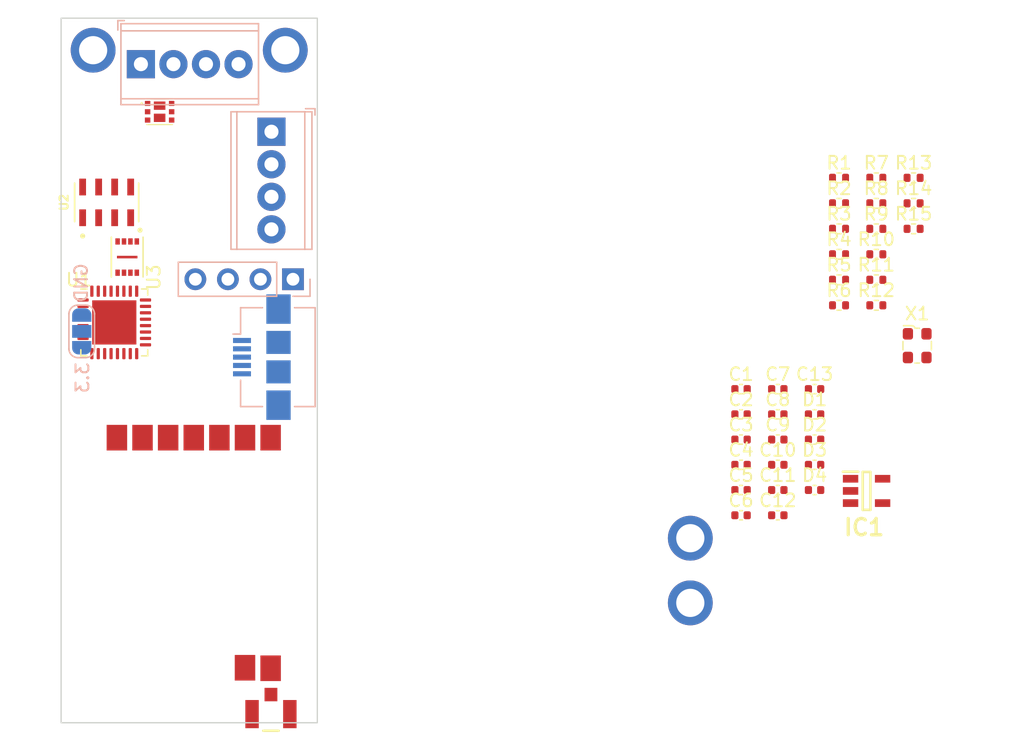
<source format=kicad_pcb>
(kicad_pcb (version 20221018) (generator pcbnew)
  (layers (0 "F.Cu" signal) (1 "In1.Cu" power) (2 "In2.Cu" power) (31 "B.Cu" signal) (34 "B.Paste" user) (35 "F.Paste" user) (36 "B.SilkS" user "B.Silkscreen") (37 "F.SilkS" user "F.Silkscreen") (38 "B.Mask" user) (39 "F.Mask" user) (44 "Edge.Cuts" user))
  (net 0 "")
  (net 1 "3.3V")
  (net 2 "GND")
  (net 3 "Net-(U1-NRST)")
  (net 4 "RCC_OSC_IN")
  (net 5 "RCC_OSC_OUT")
  (net 6 "+3.3V")
  (net 7 "PWR+")
  (net 8 "Net-(D1-A)")
  (net 9 "Net-(D2-A)")
  (net 10 "Net-(D3-A)")
  (net 11 "Net-(D4-A)")
  (net 13 "SYS_SWDIO")
  (net 14 "SYS_SWCLK")
  (net 15 "FET_APOGEE")
  (net 16 "FET_MAIN")
  (net 17 "BATT+")
  (net 18 "USB_DM")
  (net 19 "USB_DP")
  (net 21 "TO_ANT")
  (net 22 "Net-(Q1-G1)")
  (net 23 "Net-(Q1-G2)")
  (net 24 "BOOT0")
  (net 25 "Net-(SW1-B)")
  (net 26 "V_BAT")
  (net 27 "SENSE_MAIN")
  (net 28 "SENSE_APOGEE")
  (net 29 "FIRE_APOGEE")
  (net 30 "FIRE_MAIN")
  (net 31 "LED_1")
  (net 32 "RCC_OCC_IN")
  (net 33 "RCC_OCC_OUT")
  (net 34 "ENABLE")
  (net 35 "CONFIG")
  (net 36 "USART_TX")
  (net 37 "USART_RX")
  (net 40 "CS_ALT")
  (net 41 "SCLK")
  (net 42 "MISO")
  (net 43 "MOSI")
  (net 44 "CS_MEM")
  (footprint "SSM6N58NU,LF:SSM6N58NULF" (layer "F.Cu") (at 37.69 37.305 -90)
    (fp_text reference "Q1" hide)
    (fp_text value "SSM6N58NU,LF" hide)
    (fp_line (start -1 -1) (end -1 1) (stroke (width 0.1)) (layer "F.SilkS"))
    (fp_line (start -0.7 1.4) (end -0.7 1.4) (stroke (width 0.1)) (layer "F.SilkS"))
    (fp_line (start -0.6 1.4) (end -0.6 1.4) (stroke (width 0.1)) (layer "F.SilkS"))
    (fp_line (start 1 -1) (end 1 1) (stroke (width 0.1)) (layer "F.SilkS"))
    (fp_arc (start -0.7 1.4) (mid -0.65 1.35) (end -0.6 1.4) (stroke (width 0.1)) (layer "F.SilkS"))
    (fp_arc (start -0.6 1.4) (mid -0.65 1.45) (end -0.7 1.4) (stroke (width 0.1)) (layer "F.SilkS"))
    (pad "1" smd rect (at -0.65 0.938 270) (size 0.4 0.425) (layers "F.Cu" "F.Paste" "F.Mask") (net 2 "GND"))
    (pad "2" smd rect (at 0 0.938 270) (size 0.4 0.425) (layers "F.Cu" "F.Paste" "F.Mask") (net 22 "Net-(Q1-G1)"))
    (pad "3" smd rect (at 0.65 0.938 270) (size 0.4 0.425) (layers "F.Cu" "F.Paste" "F.Mask") (net 16 "FET_MAIN"))
    (pad "4" smd rect (at 0.65 -0.938 270) (size 0.4 0.425) (layers "F.Cu" "F.Paste" "F.Mask") (net 2 "GND"))
    (pad "5" smd rect (at 0 -0.938 270) (size 0.4 0.425) (layers "F.Cu" "F.Paste" "F.Mask") (net 23 "Net-(Q1-G2)"))
    (pad "6" smd rect (at -0.65 -0.938 270) (size 0.4 0.425) (layers "F.Cu" "F.Paste" "F.Mask") (net 15 "FET_APOGEE"))
    (pad "7" smd rect (at -0.475 0 270) (size 0.65 0.9) (layers "F.Cu" "F.Paste" "F.Mask") (net 15 "FET_APOGEE"))
    (pad "8" smd rect (at 0.475 0 270) (size 0.65 0.9) (layers "F.Cu" "F.Paste" "F.Mask") (net 16 "FET_MAIN"))
  )
  (footprint "Resistor_SMD:R_0402_1005Metric" (layer "F.Cu") (at 96.5456 44.4536)
    (fp_text reference "R14" (at 0 -1.17) (layer "F.SilkS"))
    (fp_text value "100")
    (fp_line (start -0.153641 -0.38) (end 0.153641 -0.38) (stroke (width 0.12)) (layer "F.SilkS"))
    (fp_line (start -0.153641 0.38) (end 0.153641 0.38) (stroke (width 0.12)) (layer "F.SilkS"))
    (pad "1" smd roundrect (at -0.51 0) (size 0.54 0.64) (layers "F.Cu" "F.Paste" "F.Mask") (net 30 "FIRE_MAIN"))
    (pad "2" smd roundrect (at 0.51 0) (size 0.54 0.64) (layers "F.Cu" "F.Paste" "F.Mask") (net 23 "Net-(Q1-G2)"))
  )
  (footprint "Resistor_SMD:R_0402_1005Metric" (layer "F.Cu") (at 90.7256 52.4136)
    (fp_text reference "R6" (at 0 -1.17) (layer "F.SilkS"))
    (fp_text value "100k")
    (fp_line (start -0.153641 -0.38) (end 0.153641 -0.38) (stroke (width 0.12)) (layer "F.SilkS"))
    (fp_line (start -0.153641 0.38) (end 0.153641 0.38) (stroke (width 0.12)) (layer "F.SilkS"))
    (pad "1" smd roundrect (at -0.51 0) (size 0.54 0.64) (layers "F.Cu" "F.Paste" "F.Mask") (net 15 "FET_APOGEE"))
    (pad "2" smd roundrect (at 0.51 0) (size 0.54 0.64) (layers "F.Cu" "F.Paste" "F.Mask") (net 28 "SENSE_APOGEE"))
  )
  (footprint "Capacitor_SMD:C_0402_1005Metric" (layer "F.Cu") (at 83.0756 64.8636)
    (fp_text reference "C4" (at 0 -1.16) (layer "F.SilkS"))
    (fp_text value "20pF")
    (fp_line (start -0.107836 -0.36) (end 0.107836 -0.36) (stroke (width 0.12)) (layer "F.SilkS"))
    (fp_line (start -0.107836 0.36) (end 0.107836 0.36) (stroke (width 0.12)) (layer "F.SilkS"))
    (pad "1" smd roundrect (at -0.48 0) (size 0.56 0.62) (layers "F.Cu" "F.Paste" "F.Mask") (net 5 "RCC_OSC_OUT"))
    (pad "2" smd roundrect (at 0.48 0) (size 0.56 0.62) (layers "F.Cu" "F.Paste" "F.Mask") (net 2 "GND"))
  )
  (footprint "Capacitor_SMD:C_0402_1005Metric" (layer "F.Cu") (at 85.9456 64.8636)
    (fp_text reference "C10" (at 0 -1.16) (layer "F.SilkS"))
    (fp_text value "10nF")
    (fp_line (start -0.107836 -0.36) (end 0.107836 -0.36) (stroke (width 0.12)) (layer "F.SilkS"))
    (fp_line (start -0.107836 0.36) (end 0.107836 0.36) (stroke (width 0.12)) (layer "F.SilkS"))
    (pad "1" smd roundrect (at -0.48 0) (size 0.56 0.62) (layers "F.Cu" "F.Paste" "F.Mask") (net 6 "+3.3V"))
    (pad "2" smd roundrect (at 0.48 0) (size 0.56 0.62) (layers "F.Cu" "F.Paste" "F.Mask") (net 2 "GND"))
  )
  (footprint "Package_DFN_QFN:QFN-32-1EP_5x5mm_P0.5mm_EP3.45x3.45mm" (layer "F.Cu") (at 34.15 53.75)
    (fp_text reference "U1" (at -2.7686 -3.3274) (layer "F.SilkS"))
    (fp_text value "STM32F302K8Ux")
    (fp_line (start -2.61 2.61) (end -2.61 2.135) (stroke (width 0.12)) (layer "F.SilkS"))
    (fp_line (start -2.135 -2.61) (end -2.61 -2.61) (stroke (width 0.12)) (layer "F.SilkS"))
    (fp_line (start -2.135 2.61) (end -2.61 2.61) (stroke (width 0.12)) (layer "F.SilkS"))
    (fp_line (start 2.135 -2.61) (end 2.61 -2.61) (stroke (width 0.12)) (layer "F.SilkS"))
    (fp_line (start 2.135 2.61) (end 2.61 2.61) (stroke (width 0.12)) (layer "F.SilkS"))
    (fp_line (start 2.61 -2.61) (end 2.61 -2.135) (stroke (width 0.12)) (layer "F.SilkS"))
    (fp_line (start 2.61 2.61) (end 2.61 2.135) (stroke (width 0.12)) (layer "F.SilkS"))
    (pad "1" smd roundrect (at -2.4375 -1.75) (size 0.875 0.25) (layers "F.Cu" "F.Paste" "F.Mask") (net 6 "+3.3V"))
    (pad "2" smd roundrect (at -2.4375 -1.25) (size 0.875 0.25) (layers "F.Cu" "F.Paste" "F.Mask") (net 32 "RCC_OCC_IN"))
    (pad "3" smd roundrect (at -2.4375 -0.75) (size 0.875 0.25) (layers "F.Cu" "F.Paste" "F.Mask") (net 33 "RCC_OCC_OUT"))
    (pad "4" smd roundrect (at -2.4375 -0.25) (size 0.875 0.25) (layers "F.Cu" "F.Paste" "F.Mask") (net 3 "Net-(U1-NRST)"))
    (pad "5" smd roundrect (at -2.4375 0.25) (size 0.875 0.25) (layers "F.Cu" "F.Paste" "F.Mask") (net 6 "+3.3V"))
    (pad "6" smd roundrect (at -2.4375 0.75) (size 0.875 0.25) (layers "F.Cu" "F.Paste" "F.Mask") (net 2 "GND"))
    (pad "7" smd roundrect (at -2.4375 1.25) (size 0.875 0.25) (layers "F.Cu" "F.Paste" "F.Mask") (net 34 "ENABLE"))
    (pad "8" smd roundrect (at -2.4375 1.75) (size 0.875 0.25) (layers "F.Cu" "F.Paste" "F.Mask") (net 35 "CONFIG"))
    (pad "9" smd roundrect (at -1.75 2.4375) (size 0.25 0.875) (layers "F.Cu" "F.Paste" "F.Mask") (net 36 "USART_TX"))
    (pad "10" smd roundrect (at -1.25 2.4375) (size 0.25 0.875) (layers "F.Cu" "F.Paste" "F.Mask") (net 37 "USART_RX"))
    (pad "11" smd roundrect (at -0.75 2.4375) (size 0.25 0.875) (layers "F.Cu" "F.Paste" "F.Mask") (net 31 "LED_1"))
    (pad "12" smd roundrect (at -0.25 2.4375) (size 0.25 0.875) (layers "F.Cu" "F.Paste" "F.Mask") (net 29 "FIRE_APOGEE"))
    (pad "13" smd roundrect (at 0.25 2.4375) (size 0.25 0.875) (layers "F.Cu" "F.Paste" "F.Mask") (net 30 "FIRE_MAIN"))
    (pad "14" smd roundrect (at 0.75 2.4375) (size 0.25 0.875) (layers "F.Cu" "F.Paste" "F.Mask") (net 26 "V_BAT"))
    (pad "15" smd roundrect (at 1.25 2.4375) (size 0.25 0.875) (layers "F.Cu" "F.Paste" "F.Mask"))
    (pad "16" smd roundrect (at 1.75 2.4375) (size 0.25 0.875) (layers "F.Cu" "F.Paste" "F.Mask") (net 2 "GND"))
    (pad "17" smd roundrect (at 2.4375 1.75) (size 0.875 0.25) (layers "F.Cu" "F.Paste" "F.Mask") (net 6 "+3.3V"))
    (pad "18" smd roundrect (at 2.4375 1.25) (size 0.875 0.25) (layers "F.Cu" "F.Paste" "F.Mask") (net 27 "SENSE_MAIN"))
    (pad "19" smd roundrect (at 2.4375 0.75) (size 0.875 0.25) (layers "F.Cu" "F.Paste" "F.Mask") (net 28 "SENSE_APOGEE"))
    (pad "20" smd roundrect (at 2.4375 0.25) (size 0.875 0.25) (layers "F.Cu" "F.Paste" "F.Mask"))
    (pad "21" smd roundrect (at 2.4375 -0.25) (size 0.875 0.25) (layers "F.Cu" "F.Paste" "F.Mask") (net 18 "USB_DM"))
    (pad "22" smd roundrect (at 2.4375 -0.75) (size 0.875 0.25) (layers "F.Cu" "F.Paste" "F.Mask") (net 19 "USB_DP"))
    (pad "23" smd roundrect (at 2.4375 -1.25) (size 0.875 0.25) (layers "F.Cu" "F.Paste" "F.Mask") (net 13 "SYS_SWDIO"))
    (pad "24" smd roundrect (at 2.4375 -1.75) (size 0.875 0.25) (layers "F.Cu" "F.Paste" "F.Mask") (net 14 "SYS_SWCLK"))
    (pad "25" smd roundrect (at 1.75 -2.4375) (size 0.25 0.875) (layers "F.Cu" "F.Paste" "F.Mask") (net 40 "CS_ALT"))
    (pad "26" smd roundrect (at 1.25 -2.4375) (size 0.25 0.875) (layers "F.Cu" "F.Paste" "F.Mask") (net 41 "SCLK"))
    (pad "27" smd roundrect (at 0.75 -2.4375) (size 0.25 0.875) (layers "F.Cu" "F.Paste" "F.Mask") (net 42 "MISO"))
    (pad "28" smd roundrect (at 0.25 -2.4375) (size 0.25 0.875) (layers "F.Cu" "F.Paste" "F.Mask") (net 43 "MOSI"))
    (pad "29" smd roundrect (at -0.25 -2.4375) (size 0.25 0.875) (layers "F.Cu" "F.Paste" "F.Mask") (net 44 "CS_MEM"))
    (pad "30" smd roundrect (at -0.75 -2.4375) (size 0.25 0.875) (layers "F.Cu" "F.Paste" "F.Mask"))
    (pad "31" smd roundrect (at -1.25 -2.4375) (size 0.25 0.875) (layers "F.Cu" "F.Paste" "F.Mask") (net 24 "BOOT0"))
    (pad "32" smd roundrect (at -1.75 -2.4375) (size 0.25 0.875) (layers "F.Cu" "F.Paste" "F.Mask") (net 2 "GND"))
    (pad "33" smd rect (at 0 0) (size 3.45 3.45) (layers "F.Cu" "F.Mask") (net 2 "GND"))
  )
  (footprint "Capacitor_SMD:C_0402_1005Metric" (layer "F.Cu") (at 88.8156 60.9236)
    (fp_text reference "D1" (at 0 -1.16) (layer "F.SilkS"))
    (fp_text value "G_LED")
    (fp_line (start -0.107836 -0.36) (end 0.107836 -0.36) (stroke (width 0.12)) (layer "F.SilkS"))
    (fp_line (start -0.107836 0.36) (end 0.107836 0.36) (stroke (width 0.12)) (layer "F.SilkS"))
    (pad "1" smd roundrect (at -0.48 0) (size 0.56 0.62) (layers "F.Cu" "F.Paste" "F.Mask") (net 2 "GND"))
    (pad "2" smd roundrect (at 0.48 0) (size 0.56 0.62) (layers "F.Cu" "F.Paste" "F.Mask") (net 8 "Net-(D1-A)"))
  )
  (footprint "Resistor_SMD:R_0402_1005Metric" (layer "F.Cu") (at 96.5456 46.4436)
    (fp_text reference "R15" (at 0 -1.17) (layer "F.SilkS"))
    (fp_text value "5")
    (fp_line (start -0.153641 -0.38) (end 0.153641 -0.38) (stroke (width 0.12)) (layer "F.SilkS"))
    (fp_line (start -0.153641 0.38) (end 0.153641 0.38) (stroke (width 0.12)) (layer "F.SilkS"))
    (pad "1" smd roundrect (at -0.51 0) (size 0.54 0.64) (layers "F.Cu" "F.Paste" "F.Mask") (net 31 "LED_1"))
    (pad "2" smd roundrect (at 0.51 0) (size 0.54 0.64) (layers "F.Cu" "F.Paste" "F.Mask") (net 11 "Net-(D4-A)"))
  )
  (footprint "MountingHole:MountingHole_2.2mm_M2_ISO7380_Pad" (layer "F.Cu") (at 79.1156 70.5936)
    (fp_text reference "H3" hide)
    (fp_text value "MountingHole_Pad")
    (pad "1" thru_hole circle (at 0 0) (size 3.5 3.5) (drill 2.2) (layers "*.Cu" "*.Mask") (net 2 "GND"))
  )
  (footprint "Capacitor_SMD:C_0402_1005Metric" (layer "F.Cu") (at 83.0756 58.9536)
    (fp_text reference "C1" (at 0 -1.16) (layer "F.SilkS"))
    (fp_text value "100nF")
    (fp_line (start -0.107836 -0.36) (end 0.107836 -0.36) (stroke (width 0.12)) (layer "F.SilkS"))
    (fp_line (start -0.107836 0.36) (end 0.107836 0.36) (stroke (width 0.12)) (layer "F.SilkS"))
    (pad "1" smd roundrect (at -0.48 0) (size 0.56 0.62) (layers "F.Cu" "F.Paste" "F.Mask") (net 6 "+3.3V"))
    (pad "2" smd roundrect (at 0.48 0) (size 0.56 0.62) (layers "F.Cu" "F.Paste" "F.Mask") (net 2 "GND"))
  )
  (footprint "Capacitor_SMD:C_0402_1005Metric" (layer "F.Cu") (at 83.0756 66.8336)
    (fp_text reference "C5" (at 0 -1.16) (layer "F.SilkS"))
    (fp_text value "100nF")
    (fp_line (start -0.107836 -0.36) (end 0.107836 -0.36) (stroke (width 0.12)) (layer "F.SilkS"))
    (fp_line (start -0.107836 0.36) (end 0.107836 0.36) (stroke (width 0.12)) (layer "F.SilkS"))
    (pad "1" smd roundrect (at -0.48 0) (size 0.56 0.62) (layers "F.Cu" "F.Paste" "F.Mask") (net 6 "+3.3V"))
    (pad "2" smd roundrect (at 0.48 0) (size 0.56 0.62) (layers "F.Cu" "F.Paste" "F.Mask") (net 2 "GND"))
  )
  (footprint "Resistor_SMD:R_0402_1005Metric" (layer "F.Cu") (at 93.6356 42.4636)
    (fp_text reference "R7" (at 0 -1.17) (layer "F.SilkS"))
    (fp_text value "27k")
    (fp_line (start -0.153641 -0.38) (end 0.153641 -0.38) (stroke (width 0.12)) (layer "F.SilkS"))
    (fp_line (start -0.153641 0.38) (end 0.153641 0.38) (stroke (width 0.12)) (layer "F.SilkS"))
    (pad "1" smd roundrect (at -0.51 0) (size 0.54 0.64) (layers "F.Cu" "F.Paste" "F.Mask") (net 28 "SENSE_APOGEE"))
    (pad "2" smd roundrect (at 0.51 0) (size 0.54 0.64) (layers "F.Cu" "F.Paste" "F.Mask") (net 2 "GND"))
  )
  (footprint "Resistor_SMD:R_0402_1005Metric" (layer "F.Cu") (at 93.6356 46.4436)
    (fp_text reference "R9" (at 0 -1.17) (layer "F.SilkS"))
    (fp_text value "1k")
    (fp_line (start -0.153641 -0.38) (end 0.153641 -0.38) (stroke (width 0.12)) (layer "F.SilkS"))
    (fp_line (start -0.153641 0.38) (end 0.153641 0.38) (stroke (width 0.12)) (layer "F.SilkS"))
    (pad "1" smd roundrect (at -0.51 0) (size 0.54 0.64) (layers "F.Cu" "F.Paste" "F.Mask") (net 15 "FET_APOGEE"))
    (pad "2" smd roundrect (at 0.51 0) (size 0.54 0.64) (layers "F.Cu" "F.Paste" "F.Mask") (net 9 "Net-(D2-A)"))
  )
  (footprint "Resistor_SMD:R_0402_1005Metric" (layer "F.Cu") (at 93.6356 52.4136)
    (fp_text reference "R12" (at 0 -1.17) (layer "F.SilkS"))
    (fp_text value "3.3k")
    (fp_line (start -0.153641 -0.38) (end 0.153641 -0.38) (stroke (width 0.12)) (layer "F.SilkS"))
    (fp_line (start -0.153641 0.38) (end 0.153641 0.38) (stroke (width 0.12)) (layer "F.SilkS"))
    (pad "1" smd roundrect (at -0.51 0) (size 0.54 0.64) (layers "F.Cu" "F.Paste" "F.Mask") (net 29 "FIRE_APOGEE"))
    (pad "2" smd roundrect (at 0.51 0) (size 0.54 0.64) (layers "F.Cu" "F.Paste" "F.Mask") (net 2 "GND"))
  )
  (footprint "Resistor_SMD:R_0402_1005Metric" (layer "F.Cu") (at 96.5456 42.4636)
    (fp_text reference "R13" (at 0 -1.17) (layer "F.SilkS"))
    (fp_text value "3.3k")
    (fp_line (start -0.153641 -0.38) (end 0.153641 -0.38) (stroke (width 0.12)) (layer "F.SilkS"))
    (fp_line (start -0.153641 0.38) (end 0.153641 0.38) (stroke (width 0.12)) (layer "F.SilkS"))
    (pad "1" smd roundrect (at -0.51 0) (size 0.54 0.64) (layers "F.Cu" "F.Paste" "F.Mask") (net 30 "FIRE_MAIN"))
    (pad "2" smd roundrect (at 0.51 0) (size 0.54 0.64) (layers "F.Cu" "F.Paste" "F.Mask") (net 2 "GND"))
  )
  (footprint "MS560702BA03-50:SON125P300X500X100-8N" (layer "F.Cu") (at 33.555 44.38 90)
    (fp_text reference "U2" (at -0.000003 -3.330886 90) (layer "F.SilkS") (effects (font (size 0.64067 0.64067))))
    (fp_text value "MS560702BA03-50")
    (fp_line (start -1.5 -2.5) (end 1.5 -2.5) (stroke (width 0.127)) (layer "F.SilkS"))
    (fp_line (start -1.5 2.5) (end 1.5 2.5) (stroke (width 0.127)) (layer "F.SilkS"))
    (fp_circle (center -2.627 -1.873) (end -2.527 -1.873) (stroke (width 0.2)) (fill none) (layer "F.SilkS"))
    (pad "1" smd roundrect (at -1.2 -1.875 90) (size 1.31 0.53) (layers "F.Cu" "F.Paste" "F.Mask") (roundrect_rratio 0.04) (net 1 "3.3V"))
    (pad "2" smd roundrect (at -1.2 -0.625 90) (size 1.31 0.53) (layers "F.Cu" "F.Paste" "F.Mask") (roundrect_rratio 0.04) (net 2 "GND"))
    (pad "3" smd roundrect (at -1.2 0.625 90) (size 1.31 0.53) (layers "F.Cu" "F.Paste" "F.Mask") (roundrect_rratio 0.04) (net 2 "GND"))
    (pad "4" smd roundrect (at -1.2 1.875 90) (size 1.31 0.53) (layers "F.Cu" "F.Paste" "F.Mask") (roundrect_rratio 0.04) (net 40 "CS_ALT"))
    (pad "5" smd roundrect (at 1.2 1.875 90) (size 1.31 0.53) (layers "F.Cu" "F.Paste" "F.Mask") (roundrect_rratio 0.04) (net 40 "CS_ALT"))
    (pad "6" smd roundrect (at 1.2 0.625 90) (size 1.31 0.53) (layers "F.Cu" "F.Paste" "F.Mask") (roundrect_rratio 0.04) (net 42 "MISO"))
    (pad "7" smd roundrect (at 1.2 -0.625 90) (size 1.31 0.53) (layers "F.Cu" "F.Paste" "F.Mask") (roundrect_rratio 0.04) (net 43 "MOSI"))
    (pad "8" smd roundrect (at 1.2 -1.875 90) (size 1.31 0.53) (layers "F.Cu" "F.Paste" "F.Mask") (roundrect_rratio 0.04) (net 41 "SCLK"))
  )
  (footprint "MountingHole:MountingHole_2.2mm_M2_ISO7380_Pad" (layer "F.Cu") (at 47.5 32.5)
    (fp_text reference "H2" hide)
    (fp_text value "MountingHole_Pad")
    (pad "1" thru_hole circle (at 0 0) (size 3.5 3.5) (drill 2.2) (layers "*.Cu" "*.Mask") (net 2 "GND"))
  )
  (footprint "Resistor_SMD:R_0402_1005Metric" (layer "F.Cu") (at 93.6356 48.4336)
    (fp_text reference "R10" (at 0 -1.17) (layer "F.SilkS"))
    (fp_text value "60")
    (fp_line (start -0.153641 -0.38) (end 0.153641 -0.38) (stroke (width 0.12)) (layer "F.SilkS"))
    (fp_line (start -0.153641 0.38) (end 0.153641 0.38) (stroke (width 0.12)) (layer "F.SilkS"))
    (pad "1" smd roundrect (at -0.51 0) (size 0.54 0.64) (layers "F.Cu" "F.Paste" "F.Mask") (net 6 "+3.3V"))
    (pad "2" smd roundrect (at 0.51 0) (size 0.54 0.64) (layers "F.Cu" "F.Paste" "F.Mask") (net 10 "Net-(D3-A)"))
  )
  (footprint "Resistor_SMD:R_0402_1005Metric" (layer "F.Cu") (at 90.7256 48.4336)
    (fp_text reference "R4" (at 0 -1.17) (layer "F.SilkS"))
    (fp_text value "100k")
    (fp_line (start -0.153641 -0.38) (end 0.153641 -0.38) (stroke (width 0.12)) (layer "F.SilkS"))
    (fp_line (start -0.153641 0.38) (end 0.153641 0.38) (stroke (width 0.12)) (layer "F.SilkS"))
    (pad "1" smd roundrect (at -0.51 0) (size 0.54 0.64) (layers "F.Cu" "F.Paste" "F.Mask") (net 16 "FET_MAIN"))
    (pad "2" smd roundrect (at 0.51 0) (size 0.54 0.64) (layers "F.Cu" "F.Paste" "F.Mask") (net 27 "SENSE_MAIN"))
  )
  (footprint "Resistor_SMD:R_0402_1005Metric" (layer "F.Cu") (at 90.7256 50.4236)
    (fp_text reference "R5" (at 0 -1.17) (layer "F.SilkS"))
    (fp_text value "27k")
    (fp_line (start -0.153641 -0.38) (end 0.153641 -0.38) (stroke (width 0.12)) (layer "F.SilkS"))
    (fp_line (start -0.153641 0.38) (end 0.153641 0.38) (stroke (width 0.12)) (layer "F.SilkS"))
    (pad "1" smd roundrect (at -0.51 0) (size 0.54 0.64) (layers "F.Cu" "F.Paste" "F.Mask") (net 27 "SENSE_MAIN"))
    (pad "2" smd roundrect (at 0.51 0) (size 0.54 0.64) (layers "F.Cu" "F.Paste" "F.Mask") (net 2 "GND"))
  )
  (footprint "Resistor_SMD:R_0402_1005Metric" (layer "F.Cu") (at 90.7256 46.4436)
    (fp_text reference "R3" (at 0 -1.17) (layer "F.SilkS"))
    (fp_text value "10k")
    (fp_line (start -0.153641 -0.38) (end 0.153641 -0.38) (stroke (width 0.12)) (layer "F.SilkS"))
    (fp_line (start -0.153641 0.38) (end 0.153641 0.38) (stroke (width 0.12)) (layer "F.SilkS"))
    (pad "1" smd roundrect (at -0.51 0) (size 0.54 0.64) (layers "F.Cu" "F.Paste" "F.Mask") (net 26 "V_BAT"))
    (pad "2" smd roundrect (at 0.51 0) (size 0.54 0.64) (layers "F.Cu" "F.Paste" "F.Mask") (net 2 "GND"))
  )
  (footprint "HW-TRPW:HM-TRPW" (layer "F.Cu") (at 34.355 62.7466)
    (fp_text reference "U4" hide)
    (fp_text value "HM-TRPW" hide)
    (pad "1" smd rect (at 0 0) (size 1.6 2) (layers "F.Cu" "F.Paste" "F.Mask") (net 6 "+3.3V"))
    (pad "2" smd rect (at 2 0) (size 1.6 2) (layers "F.Cu" "F.Paste" "F.Mask") (net 36 "USART_TX"))
    (pad "3" smd rect (at 4 0) (size 1.6 2) (layers "F.Cu" "F.Paste" "F.Mask") (net 2 "GND"))
    (pad "4" smd rect (at 6 0) (size 1.6 2) (layers "F.Cu" "F.Paste" "F.Mask") (net 37 "USART_RX"))
    (pad "5" smd rect (at 8 0) (size 1.6 2) (layers "F.Cu" "F.Paste" "F.Mask") (net 35 "CONFIG"))
    (pad "6" smd rect (at 10 0) (size 1.6 2) (layers "F.Cu" "F.Paste" "F.Mask") (net 34 "ENABLE"))
    (pad "7" smd rect (at 12 0) (size 1.6 2) (layers "F.Cu" "F.Paste" "F.Mask"))
    (pad "8" smd rect (at 12 18) (size 1.6 2) (layers "F.Cu" "F.Paste" "F.Mask") (net 21 "TO_ANT"))
    (pad "9" smd rect (at 10 17.96) (size 1.6 2) (layers "F.Cu" "F.Paste" "F.Mask") (net 2 "GND"))
  )
  (footprint "W25X40CLUXIG TR:PSON50P300X200X60-9N" (layer "F.Cu") (at 35.16 48.65 -90)
    (fp_text reference "U3" (at 1.575 -2.075 90) (layer "F.SilkS"))
    (fp_text value "W25X40CLUXIG_TR")
    (fp_line (start -1.55 -1.239) (end 1.55 -1.239) (stroke (width 0.127)) (layer "F.SilkS"))
    (fp_line (start -1.55 1.239) (end 1.55 1.239) (stroke (width 0.127)) (layer "F.SilkS"))
    (fp_circle (center -2.1 -1) (end -2 -1) (stroke (width 0.2)) (fill none) (layer "F.SilkS"))
    (pad "1" smd rect (at -1.22 -0.75 270) (size 0.49 0.35) (layers "F.Cu" "F.Paste" "F.Mask") (net 44 "CS_MEM"))
    (pad "2" smd rect (at -1.22 -0.25 270) (size 0.49 0.35) (layers "F.Cu" "F.Paste" "F.Mask") (net 42 "MISO"))
    (pad "3" smd rect (at -1.22 0.25 270) (size 0.49 0.35) (layers "F.Cu" "F.Paste" "F.Mask") (net 6 "+3.3V"))
    (pad "4" smd rect (at -1.22 0.75 270) (size 0.49 0.35) (layers "F.Cu" "F.Paste" "F.Mask") (net 2 "GND"))
    (pad "5" smd rect (at 1.22 0.75 90) (size 0.49 0.35) (layers "F.Cu" "F.Paste" "F.Mask") (net 43 "MOSI"))
    (pad "6" smd rect (at 1.22 0.25 90) (size 0.49 0.35) (layers "F.Cu" "F.Paste" "F.Mask") (net 41 "SCLK"))
    (pad "7" smd rect (at 1.22 -0.25 90) (size 0.49 0.35) (layers "F.Cu" "F.Paste" "F.Mask") (net 6 "+3.3V"))
    (pad "8" smd rect (at 1.22 -0.75 90) (size 0.49 0.35) (layers "F.Cu" "F.Paste" "F.Mask") (net 6 "+3.3V"))
    (pad "9" smd rect (at 0 0 270) (size 0.2 1.6) (layers "F.Cu" "F.Paste" "F.Mask") (net 2 "GND"))
  )
  (footprint "AP2205-33W5-7:SOT95P282X130-5N" (layer "F.Cu") (at 92.8756 66.9036)
    (fp_text reference "IC1" (at -0.191 2.8448) (layer "F.SilkS") (effects (font (size 1.27 1.27) (thickness 0.254))))
    (fp_text value "AP2205-33W5-7" hide)
    (fp_line (start -1.85 -1.5) (end -0.65 -1.5) (stroke (width 0.2)) (layer "F.SilkS"))
    (fp_line (start -0.3 -1.48) (end 0.3 -1.48) (stroke (width 0.2)) (layer "F.SilkS"))
    (fp_line (start -0.3 1.48) (end -0.3 -1.48) (stroke (width 0.2)) (layer "F.SilkS"))
    (fp_line (start 0.3 -1.48) (end 0.3 1.48) (stroke (width 0.2)) (layer "F.SilkS"))
    (fp_line (start 0.3 1.48) (end -0.3 1.48) (stroke (width 0.2)) (layer "F.SilkS"))
    (pad "1" smd rect (at -1.25 -0.95 90) (size 0.6 1.2) (layers "F.Cu" "F.Paste" "F.Mask") (net 7 "PWR+"))
    (pad "2" smd rect (at -1.25 0 90) (size 0.6 1.2) (layers "F.Cu" "F.Paste" "F.Mask") (net 2 "GND"))
    (pad "3" smd rect (at -1.25 0.95 90) (size 0.6 1.2) (layers "F.Cu" "F.Paste" "F.Mask") (net 7 "PWR+"))
    (pad "4" smd rect (at 1.25 0.95 90) (size 0.6 1.2) (layers "F.Cu" "F.Paste" "F.Mask"))
    (pad "5" smd rect (at 1.25 -0.95 90) (size 0.6 1.2) (layers "F.Cu" "F.Paste" "F.Mask") (net 6 "+3.3V"))
  )
  (footprint "Capacitor_SMD:C_0402_1005Metric" (layer "F.Cu") (at 85.9456 60.9236)
    (fp_text reference "C8" (at 0 -1.16) (layer "F.SilkS"))
    (fp_text value "100nF")
    (fp_line (start -0.107836 -0.36) (end 0.107836 -0.36) (stroke (width 0.12)) (layer "F.SilkS"))
    (fp_line (start -0.107836 0.36) (end 0.107836 0.36) (stroke (width 0.12)) (layer "F.SilkS"))
    (pad "1" smd roundrect (at -0.48 0) (size 0.56 0.62) (layers "F.Cu" "F.Paste" "F.Mask") (net 6 "+3.3V"))
    (pad "2" smd roundrect (at 0.48 0) (size 0.56 0.62) (layers "F.Cu" "F.Paste" "F.Mask") (net 2 "GND"))
  )
  (footprint "MountingHole:MountingHole_2.2mm_M2_ISO7380_Pad" (layer "F.Cu") (at 79.1156 75.6436)
    (fp_text reference "H4" hide)
    (fp_text value "MountingHole_Pad")
    (pad "1" thru_hole circle (at 0 0) (size 3.5 3.5) (drill 2.2) (layers "*.Cu" "*.Mask") (net 2 "GND"))
  )
  (footprint "Resistor_SMD:R_0402_1005Metric" (layer "F.Cu") (at 90.7256 42.4636)
    (fp_text reference "R1" (at 0 -1.17) (layer "F.SilkS"))
    (fp_text value "10k")
    (fp_line (start -0.153641 -0.38) (end 0.153641 -0.38) (stroke (width 0.12)) (layer "F.SilkS"))
    (fp_line (start -0.153641 0.38) (end 0.153641 0.38) (stroke (width 0.12)) (layer "F.SilkS"))
    (pad "1" smd roundrect (at -0.51 0) (size 0.54 0.64) (layers "F.Cu" "F.Paste" "F.Mask") (net 24 "BOOT0"))
    (pad "2" smd roundrect (at 0.51 0) (size 0.54 0.64) (layers "F.Cu" "F.Paste" "F.Mask") (net 25 "Net-(SW1-B)"))
  )
  (footprint "Capacitor_SMD:C_0402_1005Metric" (layer "F.Cu") (at 88.8156 58.9536)
    (fp_text reference "C13" (at 0 -1.16) (layer "F.SilkS"))
    (fp_text value "1.0uF")
    (fp_line (start -0.107836 -0.36) (end 0.107836 -0.36) (stroke (width 0.12)) (layer "F.SilkS"))
    (fp_line (start -0.107836 0.36) (end 0.107836 0.36) (stroke (width 0.12)) (layer "F.SilkS"))
    (pad "1" smd roundrect (at -0.48 0) (size 0.56 0.62) (layers "F.Cu" "F.Paste" "F.Mask") (net 6 "+3.3V"))
    (pad "2" smd roundrect (at 0.48 0) (size 0.56 0.62) (layers "F.Cu" "F.Paste" "F.Mask") (net 2 "GND"))
  )
  (footprint "Capacitor_SMD:C_0402_1005Metric" (layer "F.Cu") (at 85.9456 58.9536)
    (fp_text reference "C7" (at 0 -1.16) (layer "F.SilkS"))
    (fp_text value "100nF")
    (fp_line (start -0.107836 -0.36) (end 0.107836 -0.36) (stroke (width 0.12)) (layer "F.SilkS"))
    (fp_line (start -0.107836 0.36) (end 0.107836 0.36) (stroke (width 0.12)) (layer "F.SilkS"))
    (pad "1" smd roundrect (at -0.48 0) (size 0.56 0.62) (layers "F.Cu" "F.Paste" "F.Mask") (net 6 "+3.3V"))
    (pad "2" smd roundrect (at 0.48 0) (size 0.56 0.62) (layers "F.Cu" "F.Paste" "F.Mask") (net 2 "GND"))
  )
  (footprint "Capacitor_SMD:C_0402_1005Metric" (layer "F.Cu") (at 85.9456 62.8936)
    (fp_text reference "C9" (at 0 -1.16) (layer "F.SilkS"))
    (fp_text value "4.7uF")
    (fp_line (start -0.107836 -0.36) (end 0.107836 -0.36) (stroke (width 0.12)) (layer "F.SilkS"))
    (fp_line (start -0.107836 0.36) (end 0.107836 0.36) (stroke (width 0.12)) (layer "F.SilkS"))
    (pad "1" smd roundrect (at -0.48 0) (size 0.56 0.62) (layers "F.Cu" "F.Paste" "F.Mask") (net 6 "+3.3V"))
    (pad "2" smd roundrect (at 0.48 0) (size 0.56 0.62) (layers "F.Cu" "F.Paste" "F.Mask") (net 2 "GND"))
  )
  (footprint "Capacitor_SMD:C_0402_1005Metric" (layer "F.Cu") (at 85.9456 68.8036)
    (fp_text reference "C12" (at 0 -1.16) (layer "F.SilkS"))
    (fp_text value "1.0uF")
    (fp_line (start -0.107836 -0.36) (end 0.107836 -0.36) (stroke (width 0.12)) (layer "F.SilkS"))
    (fp_line (start -0.107836 0.36) (end 0.107836 0.36) (stroke (width 0.12)) (layer "F.SilkS"))
    (pad "1" smd roundrect (at -0.48 0) (size 0.56 0.62) (layers "F.Cu" "F.Paste" "F.Mask") (net 7 "PWR+"))
    (pad "2" smd roundrect (at 0.48 0) (size 0.56 0.62) (layers "F.Cu" "F.Paste" "F.Mask") (net 2 "GND"))
  )
  (footprint "636101111001:636101111001" (layer "F.Cu") (at 46.38 84.325 180)
    (fp_text reference "J5" hide)
    (fp_text value "636101111001" hide)
    (fp_line (start -0.6 -1.3) (end 0.6 -1.3) (stroke (width 0.2)) (layer "F.SilkS"))
    (pad "1" smd rect (at -1.475 0 180) (size 1.05 2.2) (layers "F.Cu" "F.Paste" "F.Mask") (net 2 "GND"))
    (pad "2" smd rect (at 0 1.525 180) (size 1 1.05) (layers "F.Cu" "F.Paste" "F.Mask") (net 21 "TO_ANT"))
    (pad "3" smd rect (at 1.475 0 180) (size 1.05 2.2) (layers "F.Cu" "F.Paste" "F.Mask") (net 2 "GND"))
  )
  (footprint "Capacitor_SMD:C_0402_1005Metric" (layer "F.Cu") (at 88.8156 64.8636)
    (fp_text reference "D3" (at 0 -1.16) (layer "F.SilkS"))
    (fp_text value "R_LED")
    (fp_line (start -0.107836 -0.36) (end 0.107836 -0.36) (stroke (width 0.12)) (layer "F.SilkS"))
    (fp_line (start -0.107836 0.36) (end 0.107836 0.36) (stroke (width 0.12)) (layer "F.SilkS"))
    (pad "1" smd roundrect (at -0.48 0) (size 0.56 0.62) (layers "F.Cu" "F.Paste" "F.Mask") (net 2 "GND"))
    (pad "2" smd roundrect (at 0.48 0) (size 0.56 0.62) (layers "F.Cu" "F.Paste" "F.Mask") (net 10 "Net-(D3-A)"))
  )
  (footprint "MountingHole:MountingHole_2.2mm_M2_ISO7380_Pad" (layer "F.Cu") (at 32.5 32.5)
    (fp_text reference "H1" hide)
    (fp_text value "MountingHole_Pad")
    (pad "1" thru_hole circle (at 0 0) (size 3.5 3.5) (drill 2.2) (layers "*.Cu" "*.Mask") (net 2 "GND"))
  )
  (footprint "Capacitor_SMD:C_0402_1005Metric" (layer "F.Cu") (at 83.0756 68.8036)
    (fp_text reference "C6" (at 0 -1.16) (layer "F.SilkS"))
    (fp_text value "100nF")
    (fp_line (start -0.107836 -0.36) (end 0.107836 -0.36) (stroke (width 0.12)) (layer "F.SilkS"))
    (fp_line (start -0.107836 0.36) (end 0.107836 0.36) (stroke (width 0.12)) (layer "F.SilkS"))
    (pad "1" smd roundrect (at -0.48 0) (size 0.56 0.62) (layers "F.Cu" "F.Paste" "F.Mask") (net 6 "+3.3V"))
    (pad "2" smd roundrect (at 0.48 0) (size 0.56 0.62) (layers "F.Cu" "F.Paste" "F.Mask") (net 2 "GND"))
  )
  (footprint "Oscillator:Oscillator_SMD_ECS_2520MV-xxx-xx-4Pin_2.5x2.0mm" (layer "F.Cu") (at 96.8256 55.5636)
    (fp_text reference "X1" (at 0 -2.5) (layer "F.SilkS"))
    (fp_text value "ECS-2520MV-xxx-xx")
    (fp_line (start -1.11 0.32) (end -1.11 -0.32) (stroke (width 0.12)) (layer "F.SilkS"))
    (fp_line (start -0.38 -1.56) (end -1.07 -1.56) (stroke (width 0.12)) (layer "F.SilkS"))
    (fp_line (start -0.17 1.36) (end 0.17 1.36) (stroke (width 0.12)) (layer "F.SilkS"))
    (fp_line (start -0.16 -1.36) (end 0.17 -1.36) (stroke (width 0.12)) (layer "F.SilkS"))
    (fp_line (start 1.11 0.32) (end 1.11 -0.32) (stroke (width 0.12)) (layer "F.SilkS"))
    (fp_arc (start -0.38 -1.56) (mid -0.246393 -1.485967) (end -0.16 -1.36) (stroke (width 0.12)) (layer "F.SilkS"))
    (pad "1" smd roundrect (at -0.725 -0.925) (size 0.8 0.9) (layers "F.Cu" "F.Paste" "F.Mask") (net 4 "RCC_OSC_IN"))
    (pad "2" smd roundrect (at -0.725 0.925) (size 0.8 0.9) (layers "F.Cu" "F.Paste" "F.Mask") (net 2 "GND"))
    (pad "3" smd roundrect (at 0.725 0.925) (size 0.8 0.9) (layers "F.Cu" "F.Paste" "F.Mask") (net 5 "RCC_OSC_OUT"))
    (pad "4" smd roundrect (at 0.725 -0.925) (size 0.8 0.9) (layers "F.Cu" "F.Paste" "F.Mask") (net 2 "GND"))
  )
  (footprint "Capacitor_SMD:C_0402_1005Metric" (layer "F.Cu") (at 88.8156 66.8336)
    (fp_text reference "D4" (at 0 -1.16) (layer "F.SilkS"))
    (fp_text value "B_LED")
    (fp_line (start -0.107836 -0.36) (end 0.107836 -0.36) (stroke (width 0.12)) (layer "F.SilkS"))
    (fp_line (start -0.107836 0.36) (end 0.107836 0.36) (stroke (width 0.12)) (layer "F.SilkS"))
    (pad "1" smd roundrect (at -0.48 0) (size 0.56 0.62) (layers "F.Cu" "F.Paste" "F.Mask") (net 2 "GND"))
    (pad "2" smd roundrect (at 0.48 0) (size 0.56 0.62) (layers "F.Cu" "F.Paste" "F.Mask") (net 11 "Net-(D4-A)"))
  )
  (footprint "Resistor_SMD:R_0402_1005Metric" (layer "F.Cu") (at 93.6356 50.4236)
    (fp_text reference "R11" (at 0 -1.17) (layer "F.SilkS"))
    (fp_text value "100")
    (fp_line (start -0.153641 -0.38) (end 0.153641 -0.38) (stroke (width 0.12)) (layer "F.SilkS"))
    (fp_line (start -0.153641 0.38) (end 0.153641 0.38) (stroke (width 0.12)) (layer "F.SilkS"))
    (pad "1" smd roundrect (at -0.51 0) (size 0.54 0.64) (layers "F.Cu" "F.Paste" "F.Mask") (net 29 "FIRE_APOGEE"))
    (pad "2" smd roundrect (at 0.51 0) (size 0.54 0.64) (layers "F.Cu" "F.Paste" "F.Mask") (net 22 "Net-(Q1-G1)"))
  )
  (footprint "Resistor_SMD:R_0402_1005Metric" (layer "F.Cu") (at 90.7256 44.4536)
    (fp_text reference "R2" (at 0 -1.17) (layer "F.SilkS"))
    (fp_text value "5.6k")
    (fp_line (start -0.153641 -0.38) (end 0.153641 -0.38) (stroke (width 0.12)) (layer "F.SilkS"))
    (fp_line (start -0.153641 0.38) (end 0.153641 0.38) (stroke (width 0.12)) (layer "F.SilkS"))
    (pad "1" smd roundrect (at -0.51 0) (size 0.54 0.64) (layers "F.Cu" "F.Paste" "F.Mask") (net 7 "PWR+"))
    (pad "2" smd roundrect (at 0.51 0) (size 0.54 0.64) (layers "F.Cu" "F.Paste" "F.Mask") (net 26 "V_BAT"))
  )
  (footprint "Capacitor_SMD:C_0402_1005Metric" (layer "F.Cu") (at 83.0756 60.9236)
    (fp_text reference "C2" (at 0 -1.16) (layer "F.SilkS"))
    (fp_text value "0.1uF")
    (fp_line (start -0.107836 -0.36) (end 0.107836 -0.36) (stroke (width 0.12)) (layer "F.SilkS"))
    (fp_line (start -0.107836 0.36) (end 0.107836 0.36) (stroke (width 0.12)) (layer "F.SilkS"))
    (pad "1" smd roundrect (at -0.48 0) (size 0.56 0.62) (layers "F.Cu" "F.Paste" "F.Mask") (net 2 "GND"))
    (pad "2" smd roundrect (at 0.48 0) (size 0.56 0.62) (layers "F.Cu" "F.Paste" "F.Mask") (net 3 "Net-(U1-NRST)"))
  )
  (footprint "Capacitor_SMD:C_0402_1005Metric" (layer "F.Cu") (at 85.9456 66.8336)
    (fp_text reference "C11" (at 0 -1.16) (layer "F.SilkS"))
    (fp_text value "1uF")
    (fp_line (start -0.107836 -0.36) (end 0.107836 -0.36) (stroke (width 0.12)) (layer "F.SilkS"))
    (fp_line (start -0.107836 0.36) (end 0.107836 0.36) (stroke (width 0.12)) (layer "F.SilkS"))
    (pad "1" smd roundrect (at -0.48 0) (size 0.56 0.62) (layers "F.Cu" "F.Paste" "F.Mask") (net 6 "+3.3V"))
    (pad "2" smd roundrect (at 0.48 0) (size 0.56 0.62) (layers "F.Cu" "F.Paste" "F.Mask") (net 2 "GND"))
  )
  (footprint "Capacitor_SMD:C_0402_1005Metric" (layer "F.Cu") (at 88.8156 62.8936)
    (fp_text reference "D2" (at 0 -1.16) (layer "F.SilkS"))
    (fp_text value "G_LED")
    (fp_line (start -0.107836 -0.36) (end 0.107836 -0.36) (stroke (width 0.12)) (layer "F.SilkS"))
    (fp_line (start -0.107836 0.36) (end 0.107836 0.36) (stroke (width 0.12)) (layer "F.SilkS"))
    (pad "1" smd roundrect (at -0.48 0) (size 0.56 0.62) (layers "F.Cu" "F.Paste" "F.Mask") (net 2 "GND"))
    (pad "2" smd roundrect (at 0.48 0) (size 0.56 0.62) (layers "F.Cu" "F.Paste" "F.Mask") (net 9 "Net-(D2-A)"))
  )
  (footprint "Resistor_SMD:R_0402_1005Metric" (layer "F.Cu") (at 93.6356 44.4536)
    (fp_text reference "R8" (at 0 -1.17) (layer "F.SilkS"))
    (fp_text value "1k")
    (fp_line (start -0.153641 -0.38) (end 0.153641 -0.38) (stroke (width 0.12)) (layer "F.SilkS"))
    (fp_line (start -0.153641 0.38) (end 0.153641 0.38) (stroke (width 0.12)) (layer "F.SilkS"))
    (pad "1" smd roundrect (at -0.51 0) (size 0.54 0.64) (layers "F.Cu" "F.Paste" "F.Mask") (net 16 "FET_MAIN"))
    (pad "2" smd roundrect (at 0.51 0) (size 0.54 0.64) (layers "F.Cu" "F.Paste" "F.Mask") (net 8 "Net-(D1-A)"))
  )
  (footprint "Capacitor_SMD:C_0402_1005Metric" (layer "F.Cu") (at 83.0756 62.8936)
    (fp_text reference "C3" (at 0 -1.16) (layer "F.SilkS"))
    (fp_text value "20pF")
    (fp_line (start -0.107836 -0.36) (end 0.107836 -0.36) (stroke (width 0.12)) (layer "F.SilkS"))
    (fp_line (start -0.107836 0.36) (end 0.107836 0.36) (stroke (width 0.12)) (layer "F.SilkS"))
    (pad "1" smd roundrect (at -0.48 0) (size 0.56 0.62) (layers "F.Cu" "F.Paste" "F.Mask") (net 4 "RCC_OSC_IN"))
    (pad "2" smd roundrect (at 0.48 0) (size 0.56 0.62) (layers "F.Cu" "F.Paste" "F.Mask") (net 2 "GND"))
  )
  (footprint "Jumper:SolderJumper-3_P1.3mm_Open_RoundedPad1.0x1.5mm_NumberLabels" (layer "B.Cu") (at 31.61 54.45 -90)
    (fp_text reference "SW1" hide)
    (fp_text value "SW_SPDT")
    (fp_text user "3.3" (at 3.62 -0.06 90) (layer "B.SilkS") (effects (justify mirror)))
    (fp_text user "GND" (at -3.7856 0.0436 90) (layer "B.SilkS") (effects (justify mirror)))
    (fp_line (start -2.05 -0.3) (end -2.05 0.3) (stroke (width 0.12)) (layer "B.SilkS"))
    (fp_line (start -1.4 1) (end 1.4 1) (stroke (width 0.12)) (layer "B.SilkS"))
    (fp_line (start 1.4 -1) (end -1.4 -1) (stroke (width 0.12)) (layer "B.SilkS"))
    (fp_line (start 2.05 0.3) (end 2.05 -0.3) (stroke (width 0.12)) (layer "B.SilkS"))
    (fp_arc (start -2.05 -0.3) (mid -1.844975 -0.794975) (end -1.35 -1) (stroke (width 0.12)) (layer "B.SilkS"))
    (fp_arc (start -1.35 1) (mid -1.844975 0.794975) (end -2.05 0.3) (stroke (width 0.12)) (layer "B.SilkS"))
    (fp_arc (start 1.35 -1) (mid 1.844975 -0.794975) (end 2.05 -0.3) (stroke (width 0.12)) (layer "B.SilkS"))
    (fp_arc (start 2.05 0.3) (mid 1.844975 0.794975) (end 1.35 1) (stroke (width 0.12)) (layer "B.SilkS"))
    (pad "1" smd custom (at -1.3 0 270) (size 1 0.5) (layers "B.Cu" "B.Mask") (net 2 "GND") (options (clearance outline) (anchor rect)) (primitives (gr_circle (center 0 -0.25) (end 0.5 -0.25) (width 0) (fill yes)) (gr_circle (center 0 0.25) (end 0.5 0.25) (width 0) (fill yes)) (gr_poly (pts (xy 0.55 -0.75) (xy 0 -0.75) (xy 0 0.75) (xy 0.55 0.75)) (width 0) (fill yes))))
    (pad "2" smd rect (at 0 0 270) (size 1 1.5) (layers "B.Cu" "B.Mask") (net 25 "Net-(SW1-B)"))
    (pad "3" smd custom (at 1.3 0 270) (size 1 0.5) (layers "B.Cu" "B.Mask") (net 6 "+3.3V") (options (clearance outline) (anchor rect)) (primitives (gr_circle (center 0 -0.25) (end 0.5 -0.25) (width 0) (fill yes)) (gr_circle (center 0 0.25) (end 0.5 0.25) (width 0) (fill yes)) (gr_poly (pts (xy 0 -0.75) (xy -0.55 -0.75) (xy -0.55 0.75) (xy 0 0.75)) (width 0) (fill yes))))
  )
  (footprint "Connector_PinHeader_2.54mm:PinHeader_1x04_P2.54mm_Vertical" (layer "B.Cu") (at 48.1 50.38 90)
    (fp_text reference "J1" hide)
    (fp_text value "PROG PINS")
    (fp_line (start -1.33 -8.95) (end 1.33 -8.95) (stroke (width 0.12)) (layer "B.SilkS"))
    (fp_line (start -1.33 -1.27) (end -1.33 -8.95) (stroke (width 0.12)) (layer "B.SilkS"))
    (fp_line (start -1.33 -1.27) (end 1.33 -1.27) (stroke (width 0.12)) (layer "B.SilkS"))
    (fp_line (start -1.33 0) (end -1.33 1.33) (stroke (width 0.12)) (layer "B.SilkS"))
    (fp_line (start -1.33 1.33) (end 0 1.33) (stroke (width 0.12)) (layer "B.SilkS"))
    (fp_line (start 1.33 -1.27) (end 1.33 -8.95) (stroke (width 0.12)) (layer "B.SilkS"))
    (pad "1" thru_hole rect (at 0 0 90) (size 1.7 1.7) (drill 1) (layers "*.Cu" "*.Mask") (net 13 "SYS_SWDIO"))
    (pad "2" thru_hole oval (at 0 -2.54 90) (size 1.7 1.7) (drill 1) (layers "*.Cu" "*.Mask") (net 14 "SYS_SWCLK"))
    (pad "3" thru_hole oval (at 0 -5.08 90) (size 1.7 1.7) (drill 1) (layers "*.Cu" "*.Mask") (net 6 "+3.3V"))
    (pad "4" thru_hole oval (at 0 -7.62 90) (size 1.7 1.7) (drill 1) (layers "*.Cu" "*.Mask") (net 2 "GND"))
  )
  (footprint "Connector_USB:USB_Micro-B_Amphenol_10104110_Horizontal" (layer "B.Cu") (at 45.67 56.46 -90)
    (fp_text reference "J4" hide)
    (fp_text value "USB_B_Micro")
    (fp_line (start -3.86 -4.16) (end -3.86 -2.55) (stroke (width 0.12)) (layer "B.SilkS"))
    (fp_line (start -3.86 -4.16) (end 3.86 -4.16) (stroke (width 0.12)) (layer "B.SilkS"))
    (fp_line (start -3.86 -0.05) (end -3.86 1.66) (stroke (width 0.12)) (layer "B.SilkS"))
    (fp_line (start -3.86 1.66) (end -1.8 1.66) (stroke (width 0.12)) (layer "B.SilkS"))
    (fp_line (start -1.8 1.66) (end -1.8 2.25) (stroke (width 0.12)) (layer "B.SilkS"))
    (fp_line (start 3.86 -4.16) (end 3.86 -2.55) (stroke (width 0.12)) (layer "B.SilkS"))
    (fp_line (start 3.86 -0.05) (end 3.86 1.66) (stroke (width 0.12)) (layer "B.SilkS"))
    (fp_line (start 3.86 1.66) (end 1.8 1.66) (stroke (width 0.12)) (layer "B.SilkS"))
    (pad "1" smd rect (at -1.3 1.55 270) (size 0.4 1.4) (layers "B.Cu" "B.Paste" "B.Mask") (net 7 "PWR+"))
    (pad "2" smd rect (at -0.65 1.55 270) (size 0.4 1.4) (layers "B.Cu" "B.Paste" "B.Mask") (net 18 "USB_DM"))
    (pad "3" smd rect (at 0 1.55 270) (size 0.4 1.4) (layers "B.Cu" "B.Paste" "B.Mask") (net 19 "USB_DP"))
    (pad "4" smd rect (at 0.65 1.55 270) (size 0.4 1.4) (layers "B.Cu" "B.Paste" "B.Mask"))
    (pad "5" smd rect (at 1.3 1.55 270) (size 0.4 1.4) (layers "B.Cu" "B.Paste" "B.Mask") (net 2 "GND"))
    (pad "6" smd rect (at -3.75 -1.3 270) (size 2.3 1.9) (layers "B.Cu" "B.Paste" "B.Mask") (net 2 "GND"))
    (pad "6" smd rect (at -1.15 -1.3 270) (size 1.8 1.9) (layers "B.Cu" "B.Paste" "B.Mask") (net 2 "GND"))
    (pad "6" smd rect (at 1.15 -1.3 270) (size 1.8 1.9) (layers "B.Cu" "B.Paste" "B.Mask") (net 2 "GND"))
    (pad "6" smd rect (at 3.75 -1.3 270) (size 2.3 1.9) (layers "B.Cu" "B.Paste" "B.Mask") (net 2 "GND"))
  )
  (footprint "TerminalBlock_Phoenix:TerminalBlock_Phoenix_MPT-0,5-4-2.54_1x04_P2.54mm_Horizontal" (layer "B.Cu") (at 36.23 33.59)
    (fp_text reference "J2" hide)
    (fp_text value "PYRO CHANNELS")
    (fp_line (start -1.8 -3.4) (end -1.3 -3.4) (stroke (width 0.12)) (layer "B.SilkS"))
    (fp_line (start -1.8 -2.66) (end -1.8 -3.4) (stroke (width 0.12)) (layer "B.SilkS"))
    (fp_line (start -1.56 -3.16) (end 9.18 -3.16) (stroke (width 0.12)) (layer "B.SilkS"))
    (fp_line (start -1.56 -2.6) (end 9.18 -2.6) (stroke (width 0.12)) (layer "B.SilkS"))
    (fp_line (start -1.56 2.7) (end 9.18 2.7) (stroke (width 0.12)) (layer "B.SilkS"))
    (fp_line (start -1.56 3.16) (end -1.56 -3.16) (stroke (width 0.12)) (layer "B.SilkS"))
    (fp_line (start -1.56 3.16) (end 9.18 3.16) (stroke (width 0.12)) (layer "B.SilkS"))
    (fp_line (start 9.18 3.16) (end 9.18 -3.16) (stroke (width 0.12)) (layer "B.SilkS"))
    (pad "1" thru_hole rect (at 0 0) (size 2.2 2.2) (drill 1.1) (layers "*.Cu" "*.Mask") (net 15 "FET_APOGEE"))
    (pad "2" thru_hole circle (at 2.54 0) (size 2.2 2.2) (drill 1.1) (layers "*.Cu" "*.Mask") (net 7 "PWR+"))
    (pad "3" thru_hole circle (at 5.08 0) (size 2.2 2.2) (drill 1.1) (layers "*.Cu" "*.Mask") (net 16 "FET_MAIN"))
    (pad "4" thru_hole circle (at 7.62 0) (size 2.2 2.2) (drill 1.1) (layers "*.Cu" "*.Mask") (net 7 "PWR+"))
  )
  (footprint "TerminalBlock_Phoenix:TerminalBlock_Phoenix_MPT-0,5-4-2.54_1x04_P2.54mm_Horizontal" (layer "B.Cu") (at 46.42 38.865 -90)
    (fp_text reference "J3" hide)
    (fp_text value "POWER IN")
    (fp_line (start -1.8 -3.4) (end -1.3 -3.4) (stroke (width 0.12)) (layer "B.SilkS"))
    (fp_line (start -1.8 -2.66) (end -1.8 -3.4) (stroke (width 0.12)) (layer "B.SilkS"))
    (fp_line (start -1.56 -3.16) (end 9.18 -3.16) (stroke (width 0.12)) (layer "B.SilkS"))
    (fp_line (start -1.56 -2.6) (end 9.18 -2.6) (stroke (width 0.12)) (layer "B.SilkS"))
    (fp_line (start -1.56 2.7) (end 9.18 2.7) (stroke (width 0.12)) (layer "B.SilkS"))
    (fp_line (start -1.56 3.16) (end -1.56 -3.16) (stroke (width 0.12)) (layer "B.SilkS"))
    (fp_line (start -1.56 3.16) (end 9.18 3.16) (stroke (width 0.12)) (layer "B.SilkS"))
    (fp_line (start 9.18 3.16) (end 9.18 -3.16) (stroke (width 0.12)) (layer "B.SilkS"))
    (pad "1" thru_hole rect (at 0 0 270) (size 2.2 2.2) (drill 1.1) (layers "*.Cu" "*.Mask") (net 7 "PWR+"))
    (pad "2" thru_hole circle (at 2.54 0 270) (size 2.2 2.2) (drill 1.1) (layers "*.Cu" "*.Mask") (net 17 "BATT+"))
    (pad "3" thru_hole circle (at 5.08 0 270) (size 2.2 2.2) (drill 1.1) (layers "*.Cu" "*.Mask") (net 17 "BATT+"))
    (pad "4" thru_hole circle (at 7.62 0 270) (size 2.2 2.2) (drill 1.1) (layers "*.Cu" "*.Mask") (net 2 "GND"))
  )
  (gr_rect (start 30 30) (end 50 85) (stroke (width 0.1)) (fill none) (layer "Edge.Cuts"))
)
</source>
